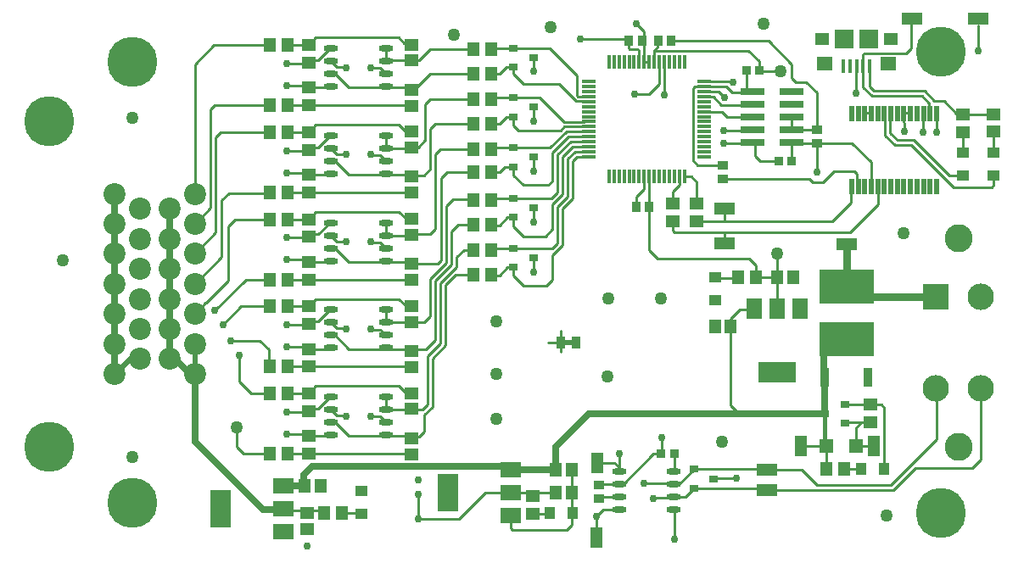
<source format=gbr>
%TF.GenerationSoftware,Altium Limited,Altium Designer,18.1.9 (240)*%
G04 Layer_Physical_Order=1*
G04 Layer_Color=255*
%FSLAX26Y26*%
%MOIN*%
%TF.FileFunction,Copper,L1,Top,Signal*%
%TF.Part,Single*%
G01*
G75*
%TA.AperFunction,SMDPad,CuDef*%
%ADD10R,0.051181X0.043307*%
%ADD11R,0.051181X0.055118*%
%ADD12R,0.059055X0.078740*%
%ADD13R,0.149606X0.078740*%
%ADD14R,0.055118X0.051181*%
%ADD15R,0.045276X0.053150*%
%ADD16R,0.078740X0.059055*%
%ADD17R,0.078740X0.149606*%
%ADD18R,0.019291X0.064961*%
%ADD19R,0.039370X0.035433*%
%ADD20R,0.214567X0.137795*%
%ADD21R,0.035433X0.074803*%
%ADD22R,0.035433X0.031496*%
%ADD23R,0.053150X0.045276*%
%ADD24R,0.053150X0.057087*%
%ADD25R,0.035433X0.039370*%
%ADD26R,0.033465X0.037402*%
%ADD27R,0.074803X0.074803*%
%TA.AperFunction,ConnectorPad*%
%ADD28R,0.057087X0.051181*%
%ADD29R,0.062992X0.055118*%
%ADD30R,0.015748X0.053150*%
%TA.AperFunction,SMDPad,CuDef*%
%ADD31O,0.057087X0.023622*%
%ADD32R,0.043307X0.051181*%
%ADD33R,0.045276X0.080709*%
%ADD34R,0.080709X0.045276*%
%TA.AperFunction,ConnectorPad*%
%ADD35R,0.045276X0.080709*%
%TA.AperFunction,SMDPad,CuDef*%
%ADD36R,0.094488X0.029921*%
%TA.AperFunction,ConnectorPad*%
%ADD37R,0.035433X0.039370*%
%TA.AperFunction,SMDPad,CuDef*%
%ADD38R,0.053150X0.011811*%
%ADD39R,0.011811X0.053150*%
%ADD40R,0.037402X0.049213*%
%TA.AperFunction,Conductor*%
%ADD41C,0.025000*%
%ADD42C,0.010000*%
%ADD43C,0.015000*%
%ADD44C,0.019685*%
%ADD45C,0.030000*%
%TA.AperFunction,ViaPad*%
%ADD46C,0.196850*%
%TA.AperFunction,ComponentPad*%
%ADD47C,0.103937*%
%ADD48C,0.110236*%
%ADD49R,0.103937X0.103937*%
%ADD50C,0.196850*%
%ADD51C,0.086614*%
%TA.AperFunction,ViaPad*%
%ADD52C,0.050000*%
%ADD53C,0.030000*%
D10*
X4314961Y4551181D02*
D03*
Y4641732D02*
D03*
X5704724Y5482284D02*
D03*
Y5391732D02*
D03*
X6799213Y5970472D02*
D03*
Y5879920D02*
D03*
X6681103Y5970472D02*
D03*
Y5879921D02*
D03*
D11*
X4094488Y4661417D02*
D03*
X4157480D02*
D03*
X6012177Y5479498D02*
D03*
X5949185D02*
D03*
X5704725Y5287403D02*
D03*
X5767717D02*
D03*
X5141733Y4724408D02*
D03*
X5078739D02*
D03*
X5141732Y4633858D02*
D03*
X5078740D02*
D03*
D12*
X6039370Y5356299D02*
D03*
X5948819D02*
D03*
X5858268D02*
D03*
D13*
X5948819Y5108268D02*
D03*
D14*
X4102362Y4555118D02*
D03*
Y4492126D02*
D03*
X4511809Y5710631D02*
D03*
Y5647639D02*
D03*
X4511811Y5470473D02*
D03*
Y5533465D02*
D03*
Y5368109D02*
D03*
Y5305117D02*
D03*
X4511810Y5127953D02*
D03*
Y5190945D02*
D03*
X4511811Y5025590D02*
D03*
Y4962597D02*
D03*
Y4785431D02*
D03*
Y4848423D02*
D03*
Y5812993D02*
D03*
Y5875984D02*
D03*
Y6053149D02*
D03*
Y5990157D02*
D03*
X4511809Y6155512D02*
D03*
Y6218504D02*
D03*
X4511811Y6395668D02*
D03*
Y6332676D02*
D03*
D15*
X4239173Y4555118D02*
D03*
X4170276D02*
D03*
X4825787Y6375985D02*
D03*
X4756889D02*
D03*
X4825787Y6279528D02*
D03*
X4756889D02*
D03*
X5865355Y5479499D02*
D03*
X5796457D02*
D03*
X6211614Y4728346D02*
D03*
X6142717D02*
D03*
X3955711Y4787401D02*
D03*
X4024607D02*
D03*
X3955709Y5023622D02*
D03*
X4024607D02*
D03*
X3955709Y5129921D02*
D03*
X4024607D02*
D03*
X3955709Y5366141D02*
D03*
X4024607D02*
D03*
X3955711Y5472439D02*
D03*
X4024607D02*
D03*
X3955709Y5708661D02*
D03*
X4024607D02*
D03*
X3955709Y5814961D02*
D03*
X4024607D02*
D03*
X3955709Y6051181D02*
D03*
X4024607D02*
D03*
X3955709Y6157480D02*
D03*
X4024607D02*
D03*
X3955709Y6393701D02*
D03*
X4024607D02*
D03*
X4825788Y6181102D02*
D03*
X4756890D02*
D03*
X4825787Y6082677D02*
D03*
X4756889D02*
D03*
X4825788Y5984252D02*
D03*
X4756890D02*
D03*
X4825787Y5893701D02*
D03*
X4756889D02*
D03*
X4825788Y5785433D02*
D03*
X4756890D02*
D03*
X4825787Y5687009D02*
D03*
X4756891D02*
D03*
X4825787Y5588583D02*
D03*
X4756891D02*
D03*
X4825787Y5490157D02*
D03*
X4756889D02*
D03*
D16*
X4903543Y4543307D02*
D03*
Y4633858D02*
D03*
Y4724409D02*
D03*
X4009843Y4480315D02*
D03*
Y4570866D02*
D03*
Y4661417D02*
D03*
D17*
X4655512Y4633858D02*
D03*
X3761811Y4570866D02*
D03*
D18*
X6575787Y6123032D02*
D03*
X6550197D02*
D03*
X6524606D02*
D03*
X6499016D02*
D03*
X6473425D02*
D03*
X6447835D02*
D03*
X6422244D02*
D03*
X6396654D02*
D03*
X6371063D02*
D03*
X6345472D02*
D03*
X6319882D02*
D03*
X6294291D02*
D03*
X6268701D02*
D03*
X6243110D02*
D03*
X6575787Y5837599D02*
D03*
X6550197D02*
D03*
X6524606D02*
D03*
X6499016D02*
D03*
X6473425D02*
D03*
X6447835D02*
D03*
X6422244D02*
D03*
X6396654D02*
D03*
X6371063D02*
D03*
X6345472D02*
D03*
X6319882D02*
D03*
X6294291D02*
D03*
X6268701D02*
D03*
X6243110D02*
D03*
D19*
X5736221Y5867126D02*
D03*
Y5920276D02*
D03*
X6106299Y6062009D02*
D03*
Y6008859D02*
D03*
X5248032Y4665354D02*
D03*
Y4612204D02*
D03*
D20*
X6224409Y5236221D02*
D03*
Y5442914D02*
D03*
D21*
X6134843Y5086615D02*
D03*
X6306103D02*
D03*
D22*
X6216535Y4907481D02*
D03*
Y4982283D02*
D03*
X6137796Y4944881D02*
D03*
X5622046Y4726378D02*
D03*
Y4651574D02*
D03*
X5700788Y4688976D02*
D03*
X4913387Y6381890D02*
D03*
Y6307088D02*
D03*
X4992127Y6344488D02*
D03*
X4913387Y6187007D02*
D03*
Y6112205D02*
D03*
X4992127Y6149605D02*
D03*
X4913386Y5990157D02*
D03*
Y5915355D02*
D03*
X4992126Y5952755D02*
D03*
X4913386Y5791339D02*
D03*
Y5716537D02*
D03*
X4992126Y5753937D02*
D03*
X4913386Y5594488D02*
D03*
Y5519686D02*
D03*
X4992126Y5557086D02*
D03*
D23*
X6314961Y4979331D02*
D03*
Y4910433D02*
D03*
X5633858Y5701771D02*
D03*
Y5770669D02*
D03*
X5539370Y5701772D02*
D03*
Y5770670D02*
D03*
X6799213Y6053149D02*
D03*
Y6122047D02*
D03*
X6681103Y6052165D02*
D03*
Y6121063D02*
D03*
X4988188Y4621062D02*
D03*
Y4552166D02*
D03*
X4108269Y5366141D02*
D03*
Y5297243D02*
D03*
X4108269Y4787401D02*
D03*
Y4856300D02*
D03*
X4108269Y5023622D02*
D03*
Y4954724D02*
D03*
X4108269Y5129923D02*
D03*
Y5198819D02*
D03*
Y5472441D02*
D03*
Y5541339D02*
D03*
X4108267Y5814961D02*
D03*
Y5883859D02*
D03*
X4108269Y5708661D02*
D03*
Y5639763D02*
D03*
X4108267Y6051181D02*
D03*
Y5982283D02*
D03*
Y6157480D02*
D03*
Y6226378D02*
D03*
Y6393700D02*
D03*
Y6324802D02*
D03*
D24*
X6258858Y4818897D02*
D03*
X6142717D02*
D03*
D25*
X5447834Y5755905D02*
D03*
X5394685D02*
D03*
D26*
X6005906Y5937007D02*
D03*
X5954724D02*
D03*
X5545275Y4787402D02*
D03*
X5494095D02*
D03*
X5879921Y6295275D02*
D03*
X5828741D02*
D03*
D27*
X6214567Y6416339D02*
D03*
X6309055D02*
D03*
D28*
X6126969D02*
D03*
X6396654D02*
D03*
D29*
X6135827Y6319882D02*
D03*
X6387795D02*
D03*
D30*
X6210630Y6311024D02*
D03*
X6236221D02*
D03*
X6261811D02*
D03*
X6287402D02*
D03*
X6312992D02*
D03*
D31*
X5544292Y4566732D02*
D03*
Y4616732D02*
D03*
Y4666732D02*
D03*
Y4716732D02*
D03*
X5329724Y4566732D02*
D03*
Y4616732D02*
D03*
Y4666732D02*
D03*
Y4716732D02*
D03*
X4197835Y5010039D02*
D03*
Y4960039D02*
D03*
Y4910039D02*
D03*
Y4860039D02*
D03*
X4412403Y5010039D02*
D03*
Y4960039D02*
D03*
Y4910039D02*
D03*
Y4860039D02*
D03*
X4197835Y5352559D02*
D03*
Y5302559D02*
D03*
Y5252559D02*
D03*
Y5202559D02*
D03*
X4412401Y5352559D02*
D03*
Y5302559D02*
D03*
Y5252559D02*
D03*
Y5202559D02*
D03*
X4197833Y5695079D02*
D03*
Y5645079D02*
D03*
Y5595079D02*
D03*
Y5545079D02*
D03*
X4412401Y5695079D02*
D03*
Y5645079D02*
D03*
Y5595079D02*
D03*
Y5545079D02*
D03*
Y5887599D02*
D03*
Y5937599D02*
D03*
Y5987599D02*
D03*
Y6037599D02*
D03*
X4197835Y5887599D02*
D03*
Y5937599D02*
D03*
Y5987599D02*
D03*
Y6037599D02*
D03*
Y6380116D02*
D03*
Y6330116D02*
D03*
Y6280116D02*
D03*
Y6230116D02*
D03*
X4412403Y6380116D02*
D03*
Y6330116D02*
D03*
Y6280116D02*
D03*
Y6230116D02*
D03*
D32*
X5057087Y4555117D02*
D03*
X5147637D02*
D03*
X6279528Y4728346D02*
D03*
X6370079D02*
D03*
D33*
X6330709Y4818898D02*
D03*
X6043307D02*
D03*
X5244095Y4751968D02*
D03*
D34*
X6224409Y5610236D02*
D03*
X5909449Y4724409D02*
D03*
Y4645669D02*
D03*
X5744095Y5751968D02*
D03*
Y5614173D02*
D03*
X6480315Y6496063D02*
D03*
X6740158D02*
D03*
D35*
X5240158Y4456693D02*
D03*
D36*
X6005905Y6010236D02*
D03*
X5852361D02*
D03*
X6005905Y6060236D02*
D03*
X5852361D02*
D03*
X6005905Y6110236D02*
D03*
X5852361D02*
D03*
X6005905Y6160236D02*
D03*
X5852361D02*
D03*
X6005905Y6210236D02*
D03*
X5852361D02*
D03*
D37*
X5367126Y6409449D02*
D03*
X5420276D02*
D03*
X5534450Y6409449D02*
D03*
X5481300D02*
D03*
D38*
X5663386Y6250000D02*
D03*
Y6230315D02*
D03*
Y6210630D02*
D03*
Y6190945D02*
D03*
Y6171260D02*
D03*
Y6151575D02*
D03*
Y6131890D02*
D03*
Y6112205D02*
D03*
Y6092520D02*
D03*
Y6072835D02*
D03*
Y6053150D02*
D03*
Y6033465D02*
D03*
Y6013780D02*
D03*
Y5994095D02*
D03*
Y5974409D02*
D03*
Y5954725D02*
D03*
X5210630D02*
D03*
Y5974409D02*
D03*
Y5994095D02*
D03*
Y6013780D02*
D03*
Y6033465D02*
D03*
Y6053150D02*
D03*
Y6072835D02*
D03*
Y6092520D02*
D03*
Y6112205D02*
D03*
Y6131890D02*
D03*
Y6151575D02*
D03*
Y6171260D02*
D03*
Y6190945D02*
D03*
Y6210630D02*
D03*
Y6230315D02*
D03*
Y6250000D02*
D03*
D39*
X5584646Y5875984D02*
D03*
X5564961D02*
D03*
X5545276D02*
D03*
X5525591D02*
D03*
X5505906D02*
D03*
X5486221D02*
D03*
X5466535D02*
D03*
X5446850D02*
D03*
X5427165D02*
D03*
X5407480D02*
D03*
X5387795D02*
D03*
X5368110D02*
D03*
X5348425D02*
D03*
X5328740D02*
D03*
X5309055D02*
D03*
X5289370D02*
D03*
Y6328740D02*
D03*
X5309055D02*
D03*
X5328740D02*
D03*
X5348425D02*
D03*
X5368110D02*
D03*
X5387795D02*
D03*
X5407480D02*
D03*
X5427165D02*
D03*
X5446850D02*
D03*
X5466535D02*
D03*
X5486221D02*
D03*
X5505906D02*
D03*
X5525591D02*
D03*
X5545276D02*
D03*
X5564961D02*
D03*
X5584646D02*
D03*
D40*
X5160434Y5224408D02*
D03*
X5099410D02*
D03*
D41*
X6137795Y4944882D02*
Y5092520D01*
X4090551Y4661417D02*
Y4704724D01*
X4122047Y4736221D02*
X4891732D01*
X4090551Y4704724D02*
X4122047Y4736221D01*
X6133858Y5188976D02*
X6137795Y5192913D01*
X6133858Y5088583D02*
Y5188976D01*
X3929134Y4566929D02*
X4011811D01*
X3570866Y5173228D02*
X3643701Y5100394D01*
X3661417Y4834646D02*
X3929134Y4566929D01*
X3661417Y4834646D02*
Y5100394D01*
X4009843Y4661417D02*
X4090551D01*
X4903543Y4724409D02*
X5078740D01*
Y4814961D01*
X5208662Y4944882D02*
X5799213D01*
X5078740Y4814961D02*
X5208662Y4944882D01*
X3562992Y5173228D02*
Y5277559D01*
Y5631890D02*
Y5750000D01*
Y5513779D02*
Y5631890D01*
Y5395669D02*
Y5513779D01*
Y5277559D02*
Y5395669D01*
X5799213Y4944882D02*
X6137795D01*
X3346457Y5809055D02*
Y5811024D01*
Y5690945D02*
Y5809055D01*
Y5572835D02*
Y5690945D01*
Y5454724D02*
Y5572835D01*
Y5336614D02*
Y5454724D01*
Y5218504D02*
Y5336614D01*
Y5100394D02*
Y5218504D01*
D42*
X6131890Y5086614D02*
X6137795Y5080709D01*
X6131890Y5086614D02*
X6133858Y5088583D01*
X6043307Y4814961D02*
X6047243Y4818897D01*
X5803150Y5354331D02*
X5858268D01*
X6137795Y4818897D02*
X6142717D01*
X6293307Y6127953D02*
X6316929D01*
X6106299Y6059055D02*
Y6206175D01*
X6003937Y6110236D02*
X6005905Y6108268D01*
X6011811Y5464567D02*
Y5480315D01*
X5425197Y5826772D02*
Y5877953D01*
X5496063Y4787402D02*
Y4850394D01*
X5394685Y5796259D02*
X5425197Y5826772D01*
X4221023Y4936850D02*
X4254087D01*
X4197835Y4960039D02*
X4221023Y4936850D01*
X4254087D02*
X4255901Y4935038D01*
X5909449Y4641732D02*
X5913386Y4645669D01*
X5897638Y4641732D02*
X5907480Y4651574D01*
X5897638Y4641732D02*
X5909449D01*
X6748032Y4763779D02*
Y5043307D01*
X6716535Y4732283D02*
X6748032Y4763779D01*
X6492851Y4732283D02*
X6716535D01*
X6405922Y4645354D02*
X6492851Y4732283D01*
X6097700Y4645669D02*
X6098015Y4645354D01*
X5913386Y4645669D02*
X6097700D01*
X4239173Y4555118D02*
X4314961D01*
X4017716Y4562992D02*
X4102362D01*
X4169291D01*
X4009843Y4570866D02*
X4017716Y4562992D01*
X4539370Y4531496D02*
Y4625984D01*
Y4531496D02*
X4700787D01*
X4539370D02*
X4539370D01*
X4903543Y4633858D02*
X5070866D01*
X4700787Y4531496D02*
X4803150Y4633858D01*
X4903543D01*
X4539370Y4625984D02*
X4539370Y4625984D01*
X5141733Y4555119D02*
Y4724408D01*
X5141732Y4507874D02*
Y4555118D01*
X5122047Y4488189D02*
X5141732Y4507874D01*
X4909449Y4488189D02*
X5122047D01*
X4903543Y4494095D02*
X4909449Y4488189D01*
X4903543Y4494095D02*
Y4543307D01*
X4988188Y4552166D02*
X5058070D01*
X5059055Y4551181D01*
X5141732Y4555118D02*
X5141733Y4555119D01*
X5070866Y4633858D02*
X5070866Y4633858D01*
X5442913Y6328740D02*
X5444882Y6326772D01*
X3643701Y5100394D02*
X3661417D01*
X5767717Y4976378D02*
X5799213Y4944882D01*
X5767717Y4976378D02*
Y5287403D01*
Y5318898D02*
X5803150Y5354331D01*
X5767717Y5287403D02*
Y5318898D01*
X5793308Y5478347D02*
X5795276Y5480315D01*
X5728346Y5478347D02*
X5793308D01*
X5866958Y5479498D02*
X5948819D01*
X5949185D02*
Y5574437D01*
X5948819Y5479498D02*
X5949185D01*
X5948819D02*
Y5480315D01*
Y5356299D02*
Y5479498D01*
X6456693Y6362205D02*
X6476378Y6381890D01*
X6291339Y6362205D02*
X6456693D01*
X6476378Y6381890D02*
Y6488189D01*
X6740158Y6370079D02*
Y6472441D01*
X6574803Y6051181D02*
Y6127953D01*
X6259842Y6204724D02*
Y6311024D01*
X5130427Y6034488D02*
X5192913D01*
X5066929Y5970991D02*
X5130427Y6034488D01*
X6446850Y6127953D02*
X6448819Y6055118D01*
X6446850Y6127953D02*
X6470472D01*
X6373701Y6038960D02*
Y6124331D01*
X6799213Y5842520D02*
Y5879920D01*
X6791339Y5834646D02*
X6799213Y5842520D01*
X6641732Y5834646D02*
X6791339D01*
X5366142Y6381890D02*
Y6405512D01*
Y6381890D02*
X5370079Y6377953D01*
X5401575D01*
X5407480Y6372047D01*
Y6328740D02*
Y6372047D01*
X5051181Y5224409D02*
X5085395D01*
X5167139Y6189228D02*
X5196850D01*
X5161417Y6194950D02*
X5167139Y6189228D01*
X4830709Y6188976D02*
X4832678Y6187007D01*
X5114173Y6090551D02*
X5192913D01*
X5017717Y6187007D02*
X5114173Y6090551D01*
X5208976Y6074488D02*
X5210630Y6072835D01*
X5113858Y6074488D02*
X5208976D01*
X5098425Y6059055D02*
X5113858Y6074488D01*
X5637795Y5921260D02*
X5735238D01*
X5618110Y5940945D02*
X5637795Y5921260D01*
X5618110Y5940945D02*
Y6224591D01*
X5625803Y6232283D02*
X5645669D01*
X5618110Y6224591D02*
X5625803Y6232283D01*
X6476693Y5999685D02*
X6641732Y5834646D01*
X6657480Y6122047D02*
X6700787D01*
X6606299Y6173228D02*
X6657480Y6122047D01*
X6567654Y6173228D02*
X6606299D01*
X6527969Y6212913D02*
X6567654Y6173228D01*
X6519685Y6192913D02*
X6547244Y6165354D01*
Y6129921D02*
Y6165354D01*
Y6129921D02*
X6549212Y6127953D01*
X6287402Y6358268D02*
X6291339Y6362205D01*
X6322835Y6192913D02*
X6519685D01*
X6287402Y6228346D02*
X6322835Y6192913D01*
X6331119Y6212913D02*
X6527969D01*
X6312992Y6231040D02*
X6331119Y6212913D01*
X6312992Y6231040D02*
Y6311024D01*
X6287402Y6228346D02*
Y6311024D01*
X6523622Y6051181D02*
Y6122047D01*
X6287402Y6311024D02*
Y6358268D01*
X6700787Y6121063D02*
X6798229D01*
X5534450Y6409449D02*
X5903025D01*
X5901575Y6409449D02*
X5917323D01*
X6007874Y6318898D01*
Y6263779D02*
Y6318898D01*
Y6263779D02*
X6023622Y6248032D01*
X6064443D01*
X6106299Y6206175D01*
X6470472Y6127953D02*
X6472441Y6125984D01*
X6471457Y6128937D02*
X6472441Y6129921D01*
X6798229Y6121063D02*
X6799213Y6122047D01*
X6624742Y5879921D02*
X6681103D01*
X6484977Y6019685D02*
X6624742Y5879921D01*
X6421260Y6019685D02*
X6484977D01*
X6393701Y6047244D02*
Y6113370D01*
X6373701Y6038960D02*
X6412976Y5999685D01*
X6476693D01*
X6393701Y6047244D02*
X6421260Y6019685D01*
X6799213Y5968504D02*
Y6053149D01*
X6799213Y5968504D02*
X6799213Y5968504D01*
X6681102Y6051181D02*
X6681103Y6051181D01*
Y5970472D02*
Y6051181D01*
X6005905Y5938976D02*
X6007874Y5937008D01*
X5446850Y5757874D02*
X5448819Y5755905D01*
X5866142Y5480315D02*
X5866958Y5479498D01*
X6105118Y6060236D02*
X6106299Y6059055D01*
X6574803Y4842520D02*
Y5043307D01*
X6397638Y4665354D02*
X6574803Y4842520D01*
X6098015Y4645354D02*
X6405922D01*
X5907480Y4726378D02*
X5909449Y4728346D01*
X6106299Y4665354D02*
X6397638D01*
X6318898Y5842520D02*
Y5933071D01*
X6243110Y6008859D02*
X6318898Y5933071D01*
X6106299Y6008859D02*
X6243110D01*
X5098425Y5188976D02*
Y5211379D01*
Y5248032D02*
Y5271654D01*
X6047243Y4818897D02*
X6137795D01*
X5447834Y5587599D02*
X5480315Y5555118D01*
X5447834Y5587599D02*
Y5755905D01*
X5394685D02*
Y5796259D01*
X5446850Y5757874D02*
Y5875984D01*
X5907480Y4651574D02*
X5909449Y4653543D01*
X6047244Y4724409D02*
X6106299Y4665354D01*
X5909449Y4724409D02*
X6047244D01*
X5622046Y4651574D02*
X5907480D01*
X5622046Y4726378D02*
X5907480D01*
X5702757Y4690945D02*
X5790820D01*
X5700788Y4688976D02*
X5702757Y4690945D01*
X6077290Y5866142D02*
X6089101Y5854331D01*
X5744095Y5866142D02*
X6077290D01*
X5740158Y5870079D02*
X5744095Y5866142D01*
X6129921Y5854331D02*
X6173228Y5897638D01*
X6089101Y5854331D02*
X6129921D01*
X5480315Y5555118D02*
X5838583D01*
X5865355Y5528346D01*
Y5479499D02*
Y5528346D01*
X6318898Y6127953D02*
Y6129921D01*
X5744095Y5701771D02*
X6166338D01*
X5633858D02*
X5744095D01*
Y5748032D01*
Y5657480D02*
X6236221D01*
X5547244D02*
X5744095D01*
Y5614173D02*
Y5657480D01*
X5633858Y5770670D02*
Y5854331D01*
X5612205Y5875984D02*
X5633858Y5854331D01*
X5584961Y5875984D02*
X5612205D01*
X5633858Y5770669D02*
X5633858Y5770670D01*
X5539370Y5665354D02*
Y5700787D01*
Y5665354D02*
X5547244Y5657480D01*
X6236221D02*
X6346457Y5767717D01*
Y5838583D01*
X6240158Y5775591D02*
Y5838583D01*
X6166338Y5701771D02*
X6240158Y5775591D01*
X5539370Y5771654D02*
Y5818898D01*
X5564961Y5844488D01*
Y5875984D01*
X6173228Y5897638D02*
X6251968D01*
X6263779Y5885827D01*
Y5846457D02*
Y5885827D01*
Y5846457D02*
X6267717Y5842520D01*
X5329724Y4716732D02*
Y4786416D01*
X5244095Y4751968D02*
X5311024D01*
X5326772Y4736221D01*
X4933071Y6059055D02*
X5098425D01*
X4913387Y6078739D02*
X4933071Y6059055D01*
X4913387Y6187007D02*
X5017717D01*
X5066929Y5472441D02*
Y5566204D01*
X5043307Y5448819D02*
X5066929Y5472441D01*
X4952756Y5448819D02*
X5043307D01*
X6137795Y5192913D02*
Y5216535D01*
X6141732Y5220472D01*
X6142717Y4818896D02*
X6142717Y4818897D01*
X6142717Y4728346D02*
Y4818896D01*
X6228346Y5409449D02*
X6233229Y5404567D01*
X6326771Y4818897D02*
X6326772Y4818898D01*
X6258858Y4818897D02*
X6326771D01*
X6137795Y4732283D02*
X6141732Y4728346D01*
X5240158Y4456693D02*
Y4539370D01*
X6314961Y4979331D02*
X6359252D01*
X6370079Y4968504D01*
X5425197Y6413386D02*
Y6448819D01*
X5397638Y6476378D02*
X5425197Y6448819D01*
X5366142Y6417323D02*
X5370079Y6413386D01*
X5177165Y6417323D02*
X5366142D01*
X5877953Y6295276D02*
Y6330709D01*
X5836614Y6372047D02*
X5877953Y6330709D01*
X5466535Y6372047D02*
X5836614D01*
X5881890Y6295276D02*
X5885827Y6291339D01*
X5964567D01*
X6106299Y5893701D02*
Y6007874D01*
X5389764Y6200787D02*
X5444882D01*
X5485906Y6241811D01*
Y6314961D01*
X5329724Y4786416D02*
X5330709Y4787402D01*
X5331102D01*
X5334646Y4783858D01*
X5086929Y5614488D02*
Y5758707D01*
X5066929Y5594488D02*
X5086929Y5614488D01*
X4913386Y5594488D02*
X5066929D01*
X5735238Y5921260D02*
X5736221Y5920276D01*
X3881890Y5023622D02*
X3952756D01*
X3834646Y5070866D02*
X3881890Y5023622D01*
X3834646Y5070866D02*
Y5173228D01*
X3952756Y5133858D02*
Y5196850D01*
X3917323Y5232283D02*
X3952756Y5196850D01*
X3803150Y5232283D02*
X3917323D01*
X3842520Y5366142D02*
X3948819D01*
X3771653Y5295276D02*
X3842520Y5366142D01*
X3862205Y5472441D02*
X3952756D01*
X3740157Y5350394D02*
X3862205Y5472441D01*
X3854331Y4787402D02*
X3956693D01*
X3847441Y4794291D02*
X3854331Y4787402D01*
X3847441Y4794291D02*
X3847441D01*
X3833662Y4808071D02*
X3847441Y4794291D01*
X3833661Y4808071D02*
X3833662D01*
X3826772Y4814961D02*
X3833661Y4808071D01*
X3826772Y4814961D02*
Y4889764D01*
X3795276Y5811024D02*
X3956693D01*
X3767716Y5783465D02*
X3795276Y5811024D01*
X3818898Y5708661D02*
X3956693D01*
X3791339Y5681102D02*
X3818898Y5708661D01*
X3661417Y5337702D02*
X3704109Y5380394D01*
X3661417Y5336614D02*
Y5337702D01*
X3705197Y5380394D02*
X3791339Y5466535D01*
X3704109Y5380394D02*
X3705197D01*
X3791339Y5466535D02*
Y5681102D01*
X3767716Y5561024D02*
Y5783465D01*
X3661417Y5454724D02*
X3767716Y5561024D01*
X3740157Y6157480D02*
X3952756D01*
X3724409Y6141732D02*
X3740157Y6157480D01*
X3724409Y5753937D02*
Y6141732D01*
X3763780Y6051181D02*
X3956693D01*
X3744409Y6031811D02*
X3763780Y6051181D01*
X3744409Y5655827D02*
Y6031811D01*
X3661417Y5572835D02*
X3744409Y5655827D01*
X3661417Y5690945D02*
X3724409Y5753937D01*
X3736220Y6393701D02*
X3952756D01*
X3661417Y6318898D02*
X3736220Y6393701D01*
X3661417Y5809055D02*
Y6318898D01*
X6129921Y5200787D02*
X6137795Y5192913D01*
X3442913Y5161417D02*
X3444882Y5159449D01*
X3409449Y5161417D02*
X3442913D01*
X5622046Y4649605D02*
Y4651574D01*
Y4649605D02*
X5622047Y4649606D01*
X5589173Y4616732D02*
X5622046Y4649605D01*
Y4724409D02*
Y4726378D01*
Y4724409D02*
X5622047Y4724409D01*
X5564370Y4666732D02*
X5622046Y4724409D01*
X5480315Y6385827D02*
Y6405512D01*
X5466535Y6372047D02*
X5480315Y6385827D01*
X5466535Y6328740D02*
Y6372047D01*
X5425197Y6409449D02*
X5427165Y6407480D01*
Y6328740D02*
Y6407480D01*
X5366142Y6420276D02*
X5367126Y6421260D01*
X5828741Y6210629D02*
X5830709Y6208661D01*
X5828741Y6210629D02*
Y6295275D01*
X5163564Y5954488D02*
X5192913D01*
X5146929Y5937854D02*
X5163564Y5954488D01*
X5146929Y5790423D02*
Y5937854D01*
X5106929Y5750423D02*
X5146929Y5790423D01*
X5106929Y5606204D02*
Y5750423D01*
X5066929Y5566204D02*
X5106929Y5606204D01*
X5155279Y5974488D02*
X5192913D01*
X5126929Y5946138D02*
X5155279Y5974488D01*
X5126929Y5798707D02*
Y5946138D01*
X5086929Y5758707D02*
X5126929Y5798707D01*
X5066929Y5669291D02*
Y5766991D01*
X5039370Y5641732D02*
X5066929Y5669291D01*
X4952756Y5641732D02*
X5039370D01*
X5146995Y5994488D02*
X5192913D01*
X5106929Y5954422D02*
X5146995Y5994488D01*
X5106929Y5806991D02*
Y5954422D01*
X5066929Y5766991D02*
X5106929Y5806991D01*
X5051181Y5842520D02*
X5066929Y5858268D01*
X4952756Y5842520D02*
X5051181D01*
X5062992Y5791339D02*
X5086929Y5815276D01*
X4913386Y5791339D02*
X5059055D01*
X5086929Y5962706D02*
X5138711Y6014488D01*
X5086929Y5815276D02*
Y5962706D01*
X5138711Y6014488D02*
X5192913D01*
X5066929Y5858268D02*
Y5970991D01*
X4830709Y5992126D02*
X4832678Y5990157D01*
X5057811D02*
X5122142Y6054488D01*
X4913386Y5990157D02*
X5057811D01*
X5122142Y6054488D02*
X5192913D01*
X4832678Y6187007D02*
X4913387D01*
X5160511Y6173228D02*
X5196850D01*
X5093582Y6240158D02*
X5160511Y6173228D01*
X4952756Y6240158D02*
X5093582D01*
X5161417Y6194950D02*
Y6275591D01*
X5055118Y6381890D02*
X5161417Y6275591D01*
X5342520Y4665354D02*
X5464567Y4787402D01*
X5494094D01*
X5425197Y4669291D02*
X5543307D01*
X5464566Y4610236D02*
X5468504Y4614173D01*
X5505906Y6198819D02*
Y6328740D01*
X5427165D02*
X5442913D01*
X6005905Y6060236D02*
Y6108268D01*
Y6060236D02*
X6105118D01*
X6039370Y6007874D02*
X6040355Y6008859D01*
X6106299D01*
X6005905Y5938976D02*
Y6010236D01*
X5862205Y5956693D02*
Y6007874D01*
Y5956693D02*
X5881890Y5937007D01*
X5954724D01*
X5732283Y6129921D02*
X5751968Y6110236D01*
X5677165Y6129921D02*
X5732283D01*
X5772534Y6208661D02*
X5818898D01*
X5731172Y6157480D02*
X5811024D01*
X5740158Y6059055D02*
X5848425D01*
X5751196Y6230000D02*
X5772534Y6208661D01*
X5683071Y6250000D02*
X5773622D01*
X5775591Y6248032D01*
X5683071Y6230000D02*
X5751196D01*
X5721078Y6210000D02*
X5742114Y6188964D01*
X5683071Y6210000D02*
X5721078D01*
X5751968Y6110236D02*
X5848425D01*
X5698652Y6190000D02*
X5731172Y6157480D01*
X5664331Y6190000D02*
X5698652D01*
X5663386Y6190945D02*
X5664331Y6190000D01*
X5740146Y6007862D02*
X5846050D01*
X4913387Y5488188D02*
X4952756Y5448819D01*
X4913387Y5488188D02*
Y5515749D01*
Y6078739D02*
Y6106300D01*
Y5681101D02*
Y5708663D01*
Y5681101D02*
X4952756Y5641732D01*
X4913387Y5881889D02*
Y5909450D01*
Y5881889D02*
X4952756Y5842520D01*
X4913387Y6279526D02*
X4952756Y6240158D01*
X4913387Y6279526D02*
Y6307088D01*
Y6381890D02*
X5055118D01*
X4992127Y5500001D02*
Y5553149D01*
Y5696851D02*
Y5750000D01*
Y5897639D02*
Y5950787D01*
Y6094489D02*
Y6147637D01*
Y6291340D02*
Y6344488D01*
X6370079Y4728346D02*
Y4968504D01*
X6211614Y4728346D02*
X6279528D01*
X6208661D02*
X6211614D01*
X6221457Y4910433D02*
X6314961D01*
X6258858Y4888779D02*
X6279528Y4909449D01*
X6258858Y4818897D02*
Y4888779D01*
X6220472Y4909449D02*
X6221457Y4910433D01*
X6305118Y4982283D02*
X6305118Y4982283D01*
X6307087Y4984252D01*
X6303150Y4984252D02*
X6305118Y4982283D01*
X6216535Y4982283D02*
X6305118D01*
X6137796Y4826771D02*
X6141732Y4822835D01*
X5544292Y4666732D02*
X5564370D01*
X5544292Y4616732D02*
X5589173D01*
X5240158Y4539370D02*
X5267520Y4566732D01*
X5329724D01*
X5330709Y4665354D02*
X5342520D01*
X5494094Y4787402D02*
X5494095Y4787402D01*
X5248032Y4614173D02*
X5250590Y4616732D01*
X5329724D01*
X5248032Y4665354D02*
X5249409Y4666732D01*
X5329724D01*
X5543307Y4716535D02*
X5545275Y4718503D01*
Y4787402D01*
X5545276Y4561024D02*
X5547244Y4562992D01*
X5545276Y4450787D02*
Y4561024D01*
X5468504Y4614173D02*
X5543307D01*
X4830709Y6279528D02*
X4858268D01*
X4885828Y6307088D01*
X4913387D01*
X4830709Y6082677D02*
X4858268D01*
X4887796Y6112205D01*
X4913387D01*
X4830709Y5893701D02*
X4858268D01*
X4879922Y5915355D01*
X4913386D01*
X4830709Y5685039D02*
X4858268D01*
X4889765Y5716537D01*
X4913386D01*
X4830709Y5488189D02*
X4858268D01*
X4889765Y5519686D01*
X4913386D01*
X4830709Y5594488D02*
X4913386D01*
X4830709Y5791339D02*
X4913386D01*
X4832678Y5990157D02*
X4913386D01*
X4830709Y6381890D02*
X4913387D01*
X4753936Y6375984D02*
X4755905Y6377953D01*
X4584645Y6375984D02*
X4753936D01*
X4586614Y6279528D02*
X4759842D01*
X4586613Y6181101D02*
X4759841D01*
X4759842Y6181102D01*
X4606298Y6082676D02*
X4759841D01*
X4759842Y6082677D01*
X4755904Y5984251D02*
X4755905Y5984252D01*
X4625983Y5984251D02*
X4755904D01*
X4653543Y5893701D02*
X4755905D01*
X4677165Y5787402D02*
X4759842D01*
X4649921Y5760158D02*
X4677165Y5787402D01*
X4753937Y5687008D02*
X4755905Y5688976D01*
X4694882Y5687008D02*
X4753937D01*
X4753935Y5490156D02*
X4755905Y5492126D01*
X4685970Y5490156D02*
X4753935D01*
X4753936Y5588582D02*
X4755905Y5590551D01*
X4718503Y5588582D02*
X4753936D01*
X4501969Y4856300D02*
X4507873Y4850394D01*
X4511811Y4854331D02*
X4543307D01*
X4562992Y4874016D01*
Y4940220D01*
X4594803Y4972031D01*
Y5161007D01*
X4646614Y5212818D01*
Y5450800D01*
X4685970Y5490156D01*
X4626614Y5221102D02*
Y5459084D01*
X4606614Y5232599D02*
Y5467369D01*
X4586614Y5326772D02*
Y5475653D01*
X4626614Y5459084D02*
X4689921Y5522391D01*
X4606614Y5467369D02*
X4669921Y5530676D01*
X4586614Y5475653D02*
X4649921Y5538960D01*
X4507283Y4960039D02*
X4511811Y4964568D01*
Y4960630D02*
X4555118D01*
X4574803Y4980315D01*
Y5169291D01*
X4626614Y5221102D01*
X4562992Y5303150D02*
X4586614Y5326772D01*
X4689921Y5522391D02*
Y5560000D01*
X4718503Y5588582D01*
X4510826Y5189961D02*
X4511811Y5188975D01*
Y5196850D02*
X4570866D01*
X4606614Y5232599D01*
X4669921Y5530676D02*
Y5662047D01*
X4694882Y5687008D01*
X4511811Y5303150D02*
X4562992D01*
X4510826Y5306102D02*
X4511811Y5307087D01*
X4507283Y5302559D02*
X4509842Y5305118D01*
X4649921Y5538960D02*
Y5760158D01*
X4501969Y5541339D02*
X4510826Y5532480D01*
X4412401Y5541339D02*
X4413385D01*
X4265747D02*
X4412401D01*
X4629921Y5870079D02*
X4653543Y5893701D01*
X4629921Y5547244D02*
Y5870079D01*
X4616142Y5533465D02*
X4629921Y5547244D01*
X4606929Y5669921D02*
Y5965197D01*
X4586929Y5905827D02*
Y6063307D01*
X4562992Y5881890D02*
X4586929Y5905827D01*
X4511811Y5533465D02*
X4616142D01*
X4507283Y5645079D02*
X4511811Y5649607D01*
Y5649606D02*
X4586614D01*
X4606929Y5669921D01*
Y5965197D02*
X4625983Y5984251D01*
X4501969Y5883859D02*
X4507873Y5877953D01*
X4511811Y5881890D02*
X4562992D01*
X4539370Y5992126D02*
X4566929Y6019685D01*
X4586929Y6063307D02*
X4606298Y6082676D01*
X4511811Y6334646D02*
X4543307D01*
X4409449Y6330709D02*
X4412403Y6333663D01*
X4412401Y6226378D02*
X4413385D01*
X4527559Y6220472D02*
X4586614Y6279528D01*
X4507283Y5987599D02*
X4511811Y5992127D01*
X4566929Y6019685D02*
Y6161417D01*
X4586613Y6181101D01*
X4501969Y6226378D02*
X4509842Y6218504D01*
X4511811Y6220472D02*
X4527559D01*
X4543307Y6334646D02*
X4584645Y6375984D01*
X4415353Y6332676D02*
X4511811D01*
X4413386Y6330709D02*
X4415353Y6332676D01*
X4412403Y6333663D02*
Y6380116D01*
X4507283Y6402166D02*
X4511811Y6397638D01*
X4511810Y6334646D02*
X4511811Y6334646D01*
X4409449Y6377166D02*
X4412401Y6380118D01*
X4511811Y5303150D02*
Y5305117D01*
X4488189Y5370079D02*
X4511811D01*
X4137795Y5395669D02*
X4462599D01*
X4488189Y5370079D01*
X4108267Y5366141D02*
X4137795Y5395669D01*
X4026239Y5366141D02*
X4108267D01*
X4109168Y5296342D02*
X4110069Y5297243D01*
X4106132Y5293306D02*
X4109168Y5296342D01*
X4023622Y5293306D02*
X4106132D01*
X4110069Y5129921D02*
X4511811D01*
X4019685D02*
X4108267D01*
X4098425Y5208661D02*
X4108267Y5198819D01*
X4096456Y5206692D02*
X4098425Y5208661D01*
X4023622Y5206692D02*
X4096456D01*
X4193185Y5352559D02*
X4197835D01*
X4147713Y5307087D02*
X4193185Y5352559D01*
X4108267Y5307087D02*
X4147713D01*
X4197835Y5302559D02*
X4221023Y5279369D01*
X4254087D02*
X4255901Y5277557D01*
X4221023Y5279369D02*
X4254087D01*
X4110069Y5198819D02*
X4196851D01*
X4412401Y5302559D02*
X4507283D01*
X4412401Y5308071D02*
Y5352559D01*
Y5308071D02*
X4413385Y5307087D01*
X4354325Y5277557D02*
X4356133Y5275747D01*
X4389213D02*
X4412401Y5252559D01*
X4356133Y5275747D02*
X4389213D01*
X4416141Y5198819D02*
X4501969D01*
X4412401D02*
Y5202559D01*
Y5198819D02*
X4413385D01*
X4412401Y5202559D02*
X4416141Y5198819D01*
X4197835Y5252559D02*
X4212007D01*
X4265747Y5198819D02*
X4412401D01*
X4212007Y5252559D02*
X4265747Y5198819D01*
X4488189Y5712599D02*
X4511811D01*
X4137795Y5738189D02*
X4462599D01*
X4488189Y5712599D01*
X4108267Y5708661D02*
X4137795Y5738189D01*
X4026239Y5708661D02*
X4108267D01*
X4109168Y5638862D02*
X4110069Y5639763D01*
X4106132Y5635826D02*
X4109168Y5638862D01*
X4023622Y5635826D02*
X4106132D01*
X4110069Y5472441D02*
X4511811D01*
X4019685D02*
X4108267D01*
X4098425Y5551181D02*
X4108267Y5541339D01*
X4096456Y5549212D02*
X4098425Y5551181D01*
X4023622Y5549212D02*
X4096456D01*
X4193185Y5695079D02*
X4197835D01*
X4147713Y5649607D02*
X4193185Y5695079D01*
X4108267Y5649607D02*
X4147713D01*
X4197835Y5645079D02*
X4221023Y5621889D01*
X4254087D02*
X4255901Y5620077D01*
X4221023Y5621889D02*
X4254087D01*
X4110069Y5541339D02*
X4196851D01*
X4412401Y5645079D02*
X4507283D01*
X4412401Y5650591D02*
Y5695079D01*
Y5650591D02*
X4413385Y5649607D01*
X4354325Y5620077D02*
X4356133Y5618267D01*
X4389213D02*
X4412401Y5595079D01*
X4356133Y5618267D02*
X4389213D01*
X4416141Y5541339D02*
X4501969D01*
X4412401Y5545079D02*
X4416141Y5541339D01*
X4412401D02*
Y5545079D01*
X4197835Y5595079D02*
X4212007D01*
X4265747Y5541339D01*
X4488189Y6055118D02*
X4511811D01*
X4137795Y6080708D02*
X4462599D01*
X4488189Y6055118D01*
X4108267Y6051181D02*
X4137795Y6080708D01*
X4026239Y6051181D02*
X4108267D01*
X4109168Y5981382D02*
X4110069Y5982283D01*
X4106132Y5978346D02*
X4109168Y5981382D01*
X4023622Y5978346D02*
X4106132D01*
X4110069Y5814961D02*
X4511811D01*
X4019685D02*
X4108267D01*
X4098425Y5893700D02*
X4108267Y5883859D01*
X4096456Y5891731D02*
X4098425Y5893700D01*
X4023622Y5891731D02*
X4096456D01*
X4193185Y6037599D02*
X4197835D01*
X4147713Y5992127D02*
X4193185Y6037599D01*
X4108267Y5992127D02*
X4147713D01*
X4197835Y5987599D02*
X4221023Y5964408D01*
X4254087D02*
X4255901Y5962596D01*
X4221023Y5964408D02*
X4254087D01*
X4110069Y5883859D02*
X4196851D01*
X4412401Y5987599D02*
X4507283D01*
X4412401Y5993110D02*
Y6037599D01*
Y5993110D02*
X4413385Y5992127D01*
X4354325Y5962596D02*
X4356133Y5960787D01*
X4389213D02*
X4412401Y5937599D01*
X4356133Y5960787D02*
X4389213D01*
X4416141Y5883859D02*
X4501969D01*
X4412401D02*
Y5887599D01*
Y5883859D02*
X4413385D01*
X4412401Y5887599D02*
X4416141Y5883859D01*
X4197835Y5937599D02*
X4212007D01*
X4265747Y5883859D02*
X4412401D01*
X4212007Y5937599D02*
X4265747Y5883859D01*
X4483662Y6402166D02*
X4507283D01*
X4137795Y6423228D02*
X4462599D01*
X4483662Y6402166D01*
X4108267Y6393700D02*
X4137795Y6423228D01*
X4026239Y6393700D02*
X4108267D01*
X4109168Y6323901D02*
X4110069Y6324802D01*
X4106132Y6320865D02*
X4109168Y6323901D01*
X4023622Y6320865D02*
X4106132D01*
X4110069Y6157480D02*
X4511811D01*
X4019685D02*
X4108267D01*
X4098425Y6236220D02*
X4108267Y6226378D01*
X4096456Y6234251D02*
X4098425Y6236220D01*
X4023622Y6234251D02*
X4096456D01*
X4193185Y6380118D02*
X4197835D01*
X4147713Y6334646D02*
X4193185Y6380118D01*
X4108267Y6334646D02*
X4147713D01*
X4197835Y6330118D02*
X4221023Y6306928D01*
X4254087D02*
X4255901Y6305116D01*
X4221023Y6306928D02*
X4254087D01*
X4110069Y6226378D02*
X4196851D01*
X4354325Y6305116D02*
X4356133Y6303306D01*
X4389213D02*
X4412401Y6280118D01*
X4356133Y6303306D02*
X4389213D01*
X4416141Y6226378D02*
X4501969D01*
X4412401Y6230118D02*
X4416141Y6226378D01*
X4412401D02*
Y6230118D01*
X4197835Y6280118D02*
X4212007D01*
X4265747Y6226378D02*
X4412401D01*
X4212007Y6280118D02*
X4265747Y6226378D01*
X4488189Y5027560D02*
X4511811D01*
X4137795Y5053150D02*
X4462599D01*
X4488189Y5027560D01*
X4108267Y5023622D02*
X4137795Y5053150D01*
X4026239Y5023622D02*
X4108267D01*
X4109168Y4953823D02*
X4110069Y4954724D01*
X4106132Y4950787D02*
X4109168Y4953823D01*
X4023622Y4950787D02*
X4106132D01*
X4110069Y4787401D02*
X4511811D01*
X4019685D02*
X4108267D01*
X4098425Y4866141D02*
X4108267Y4856300D01*
X4096456Y4864172D02*
X4098425Y4866141D01*
X4023622Y4864172D02*
X4096456D01*
X4193185Y5010039D02*
X4197835D01*
X4147713Y4964568D02*
X4193185Y5010039D01*
X4108267Y4964568D02*
X4147713D01*
X4110069Y4856300D02*
X4196851D01*
X4412401Y4960039D02*
X4507283D01*
X4412401Y4965551D02*
Y5010039D01*
Y4965551D02*
X4413385Y4964568D01*
X4389213Y4933227D02*
X4412401Y4910039D01*
X4356133Y4933227D02*
X4389213D01*
X4354325Y4935038D02*
X4356133Y4933227D01*
X4416141Y4856300D02*
X4501969D01*
X4412401Y4860039D02*
X4416141Y4856300D01*
X4412401D02*
X4413385D01*
X4412401D02*
Y4860039D01*
X4197835Y4910039D02*
X4212007D01*
X4265747Y4856300D02*
X4412401D01*
X4212007Y4910039D02*
X4265747Y4856300D01*
D43*
X6137795Y4818897D02*
Y4944882D01*
D44*
X4891732Y4736221D02*
X4903543Y4724409D01*
X3346457Y5098425D02*
X3409449Y5161417D01*
X3661417Y5100394D02*
Y5212598D01*
X3562992Y5750000D02*
Y5751968D01*
X5160434Y5224408D02*
X5161418D01*
X5098426D02*
X5160434D01*
D45*
X6233229Y5404567D02*
X6573897D01*
X6224409Y5464567D02*
Y5610236D01*
D46*
X6594488Y6366142D02*
D03*
Y4555118D02*
D03*
X3417323Y4594488D02*
D03*
Y6326772D02*
D03*
D47*
X6749094Y5404567D02*
D03*
Y5045512D02*
D03*
X6573897D02*
D03*
D48*
X6661417Y5635039D02*
D03*
Y4814961D02*
D03*
D49*
X6573897Y5404567D02*
D03*
D50*
X3090551Y4814961D02*
D03*
Y6094488D02*
D03*
D51*
X3346457Y5809055D02*
D03*
Y5690945D02*
D03*
Y5572835D02*
D03*
Y5454724D02*
D03*
Y5336614D02*
D03*
Y5218504D02*
D03*
Y5100394D02*
D03*
X3444882Y5750000D02*
D03*
Y5631890D02*
D03*
Y5513779D02*
D03*
Y5395669D02*
D03*
Y5277559D02*
D03*
Y5159449D02*
D03*
X3562992Y5750000D02*
D03*
Y5631890D02*
D03*
Y5513779D02*
D03*
Y5395669D02*
D03*
Y5277559D02*
D03*
Y5159449D02*
D03*
X3661417Y5809055D02*
D03*
Y5690945D02*
D03*
Y5572835D02*
D03*
Y5454724D02*
D03*
Y5336614D02*
D03*
Y5218504D02*
D03*
Y5100394D02*
D03*
D52*
X5732283Y4834646D02*
D03*
X5059055Y6464567D02*
D03*
X3141732Y5547244D02*
D03*
X6377953Y4543307D02*
D03*
X5897638Y6476378D02*
D03*
X6444882Y5653543D02*
D03*
X5492126Y5397638D02*
D03*
X5283465Y5090551D02*
D03*
X5287402Y5397638D02*
D03*
X4681102Y6433071D02*
D03*
X3417323Y4775591D02*
D03*
Y6106299D02*
D03*
X4846457Y4925197D02*
D03*
Y5102362D02*
D03*
Y5307087D02*
D03*
X5949185Y5574437D02*
D03*
X5964567Y6291339D02*
D03*
X3826772Y4889764D02*
D03*
D53*
X4539370Y4685039D02*
D03*
X4539370Y4531496D02*
D03*
X6740158Y6370079D02*
D03*
X6259842Y6204724D02*
D03*
X6523622Y6051181D02*
D03*
X6574803D02*
D03*
X6448819Y6055118D02*
D03*
X4102362Y4425197D02*
D03*
X5496063Y4850394D02*
D03*
X5790820Y4690945D02*
D03*
X5397638Y6476378D02*
D03*
X5177165Y6417323D02*
D03*
X6106299Y5893701D02*
D03*
X5389764Y6200787D02*
D03*
X5330709Y4787402D02*
D03*
X3834646Y5173228D02*
D03*
X3803150Y5232283D02*
D03*
X3771653Y5295276D02*
D03*
X3740157Y5350394D02*
D03*
X5425197Y4669291D02*
D03*
X5464566Y4610236D02*
D03*
X5505906Y6198819D02*
D03*
X5775591Y6248032D02*
D03*
X5740158Y6059055D02*
D03*
X5742114Y6188964D02*
D03*
X5740146Y6007862D02*
D03*
X4992127Y5500001D02*
D03*
Y5696851D02*
D03*
Y5897639D02*
D03*
Y6094489D02*
D03*
Y6291340D02*
D03*
X5240158Y4539370D02*
D03*
X5545276Y4450787D02*
D03*
X4539370Y4625984D02*
D03*
X4023622Y5293306D02*
D03*
Y5206692D02*
D03*
X4255901Y5277557D02*
D03*
X4354325D02*
D03*
X4023622Y5635826D02*
D03*
Y5549212D02*
D03*
X4255901Y5620077D02*
D03*
X4354325D02*
D03*
X4023622Y5978346D02*
D03*
Y5891731D02*
D03*
X4255901Y5962596D02*
D03*
X4354325D02*
D03*
X4023622Y6320865D02*
D03*
Y6234251D02*
D03*
X4255901Y6305116D02*
D03*
X4354325D02*
D03*
X4023622Y4950787D02*
D03*
Y4864172D02*
D03*
X4255901Y4935038D02*
D03*
X4354325D02*
D03*
%TF.MD5,f06d6b0c6749f8be217885f210f45a50*%
M02*

</source>
